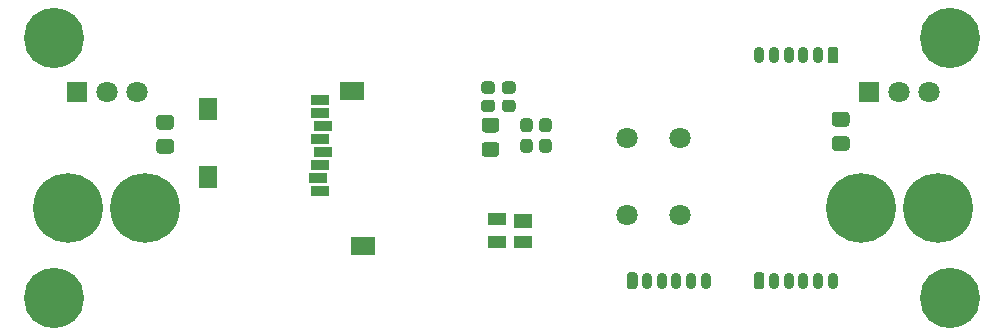
<source format=gbs>
G04 #@! TF.GenerationSoftware,KiCad,Pcbnew,5.99.0-unknown-c7daca1~86~ubuntu18.04.1*
G04 #@! TF.CreationDate,2020-03-26T17:53:50-03:00*
G04 #@! TF.ProjectId,FOD,464f442e-6b69-4636-9164-5f7063625858,rev?*
G04 #@! TF.SameCoordinates,Original*
G04 #@! TF.FileFunction,Soldermask,Bot*
G04 #@! TF.FilePolarity,Negative*
%FSLAX46Y46*%
G04 Gerber Fmt 4.6, Leading zero omitted, Abs format (unit mm)*
G04 Created by KiCad (PCBNEW 5.99.0-unknown-c7daca1~86~ubuntu18.04.1) date 2020-03-26 17:53:50*
%MOMM*%
%LPD*%
G01*
G04 APERTURE LIST*
%ADD10R,2.000000X1.500000*%
%ADD11R,1.500000X1.900000*%
%ADD12R,1.600000X0.900000*%
%ADD13C,5.900000*%
%ADD14C,5.100000*%
%ADD15C,1.800000*%
%ADD16R,1.800000X1.800000*%
%ADD17O,0.900000X1.400000*%
%ADD18R,1.500000X1.100000*%
%ADD19R,1.500000X1.300000*%
G04 APERTURE END LIST*
D10*
X128500000Y-87950000D03*
X129500000Y-101100000D03*
D11*
X116300000Y-95250000D03*
X116300000Y-89550000D03*
D12*
X125850000Y-88750000D03*
X125850000Y-89850000D03*
X126050000Y-90950000D03*
X125850000Y-92050000D03*
X126050000Y-93150000D03*
X125850000Y-94250000D03*
X125650000Y-95350000D03*
X125850000Y-96450000D03*
D13*
X171600000Y-97900000D03*
X178100000Y-97900000D03*
X111000000Y-97900000D03*
X104500000Y-97900000D03*
D14*
X179200000Y-83500000D03*
X179200000Y-105500000D03*
X103300000Y-105500000D03*
X103300000Y-83500000D03*
D15*
X110290000Y-88100000D03*
X107750000Y-88100000D03*
D16*
X105210000Y-88100000D03*
D15*
X177390000Y-88100000D03*
X174850000Y-88100000D03*
D16*
X172310000Y-88100000D03*
D15*
X151800000Y-92000000D03*
X151800000Y-98500000D03*
X156300000Y-92000000D03*
X156300000Y-98500000D03*
G36*
G01*
X139771738Y-92300000D02*
X140728262Y-92300000D01*
G75*
G02*
X141000000Y-92571738I0J-271738D01*
G01*
X141000000Y-93278262D01*
G75*
G02*
X140728262Y-93550000I-271738J0D01*
G01*
X139771738Y-93550000D01*
G75*
G02*
X139500000Y-93278262I0J271738D01*
G01*
X139500000Y-92571738D01*
G75*
G02*
X139771738Y-92300000I271738J0D01*
G01*
G37*
G36*
G01*
X139771738Y-90250000D02*
X140728262Y-90250000D01*
G75*
G02*
X141000000Y-90521738I0J-271738D01*
G01*
X141000000Y-91228262D01*
G75*
G02*
X140728262Y-91500000I-271738J0D01*
G01*
X139771738Y-91500000D01*
G75*
G02*
X139500000Y-91228262I0J271738D01*
G01*
X139500000Y-90521738D01*
G75*
G02*
X139771738Y-90250000I271738J0D01*
G01*
G37*
D17*
X158500000Y-104050000D03*
X157250000Y-104050000D03*
X156000000Y-104050000D03*
X154750000Y-104050000D03*
X153500000Y-104050000D03*
G36*
G01*
X151800000Y-104525000D02*
X151800000Y-103575000D01*
G75*
G02*
X152025000Y-103350000I225000J0D01*
G01*
X152475000Y-103350000D01*
G75*
G02*
X152700000Y-103575000I0J-225000D01*
G01*
X152700000Y-104525000D01*
G75*
G02*
X152475000Y-104750000I-225000J0D01*
G01*
X152025000Y-104750000D01*
G75*
G02*
X151800000Y-104525000I0J225000D01*
G01*
G37*
X163000000Y-84950000D03*
X164250000Y-84950000D03*
X165500000Y-84950000D03*
X166750000Y-84950000D03*
X168000000Y-84950000D03*
G36*
G01*
X169700000Y-84475000D02*
X169700000Y-85425000D01*
G75*
G02*
X169475000Y-85650000I-225000J0D01*
G01*
X169025000Y-85650000D01*
G75*
G02*
X168800000Y-85425000I0J225000D01*
G01*
X168800000Y-84475000D01*
G75*
G02*
X169025000Y-84250000I225000J0D01*
G01*
X169475000Y-84250000D01*
G75*
G02*
X169700000Y-84475000I0J-225000D01*
G01*
G37*
X169250000Y-104050000D03*
X168000000Y-104050000D03*
X166750000Y-104050000D03*
X165500000Y-104050000D03*
X164250000Y-104050000D03*
G36*
G01*
X162550000Y-104525000D02*
X162550000Y-103575000D01*
G75*
G02*
X162775000Y-103350000I225000J0D01*
G01*
X163225000Y-103350000D01*
G75*
G02*
X163450000Y-103575000I0J-225000D01*
G01*
X163450000Y-104525000D01*
G75*
G02*
X163225000Y-104750000I-225000J0D01*
G01*
X162775000Y-104750000D01*
G75*
G02*
X162550000Y-104525000I0J225000D01*
G01*
G37*
G36*
G01*
X113178262Y-91250000D02*
X112221738Y-91250000D01*
G75*
G02*
X111950000Y-90978262I0J271738D01*
G01*
X111950000Y-90271738D01*
G75*
G02*
X112221738Y-90000000I271738J0D01*
G01*
X113178262Y-90000000D01*
G75*
G02*
X113450000Y-90271738I0J-271738D01*
G01*
X113450000Y-90978262D01*
G75*
G02*
X113178262Y-91250000I-271738J0D01*
G01*
G37*
G36*
G01*
X113178262Y-93300000D02*
X112221738Y-93300000D01*
G75*
G02*
X111950000Y-93028262I0J271738D01*
G01*
X111950000Y-92321738D01*
G75*
G02*
X112221738Y-92050000I271738J0D01*
G01*
X113178262Y-92050000D01*
G75*
G02*
X113450000Y-92321738I0J-271738D01*
G01*
X113450000Y-93028262D01*
G75*
G02*
X113178262Y-93300000I-271738J0D01*
G01*
G37*
G36*
G01*
X170378262Y-91000000D02*
X169421738Y-91000000D01*
G75*
G02*
X169150000Y-90728262I0J271738D01*
G01*
X169150000Y-90021738D01*
G75*
G02*
X169421738Y-89750000I271738J0D01*
G01*
X170378262Y-89750000D01*
G75*
G02*
X170650000Y-90021738I0J-271738D01*
G01*
X170650000Y-90728262D01*
G75*
G02*
X170378262Y-91000000I-271738J0D01*
G01*
G37*
G36*
G01*
X170378262Y-93050000D02*
X169421738Y-93050000D01*
G75*
G02*
X169150000Y-92778262I0J271738D01*
G01*
X169150000Y-92071738D01*
G75*
G02*
X169421738Y-91800000I271738J0D01*
G01*
X170378262Y-91800000D01*
G75*
G02*
X170650000Y-92071738I0J-271738D01*
G01*
X170650000Y-92778262D01*
G75*
G02*
X170378262Y-93050000I-271738J0D01*
G01*
G37*
D18*
X140825000Y-98850000D03*
X140825000Y-100750000D03*
X143025000Y-100750000D03*
D19*
X143025000Y-99030000D03*
G36*
G01*
X144637500Y-92050000D02*
X145162500Y-92050000D01*
G75*
G02*
X145425000Y-92312500I0J-262500D01*
G01*
X145425000Y-92937500D01*
G75*
G02*
X145162500Y-93200000I-262500J0D01*
G01*
X144637500Y-93200000D01*
G75*
G02*
X144375000Y-92937500I0J262500D01*
G01*
X144375000Y-92312500D01*
G75*
G02*
X144637500Y-92050000I262500J0D01*
G01*
G37*
G36*
G01*
X144637500Y-90300000D02*
X145162500Y-90300000D01*
G75*
G02*
X145425000Y-90562500I0J-262500D01*
G01*
X145425000Y-91187500D01*
G75*
G02*
X145162500Y-91450000I-262500J0D01*
G01*
X144637500Y-91450000D01*
G75*
G02*
X144375000Y-91187500I0J262500D01*
G01*
X144375000Y-90562500D01*
G75*
G02*
X144637500Y-90300000I262500J0D01*
G01*
G37*
G36*
G01*
X143037500Y-92050000D02*
X143562500Y-92050000D01*
G75*
G02*
X143825000Y-92312500I0J-262500D01*
G01*
X143825000Y-92937500D01*
G75*
G02*
X143562500Y-93200000I-262500J0D01*
G01*
X143037500Y-93200000D01*
G75*
G02*
X142775000Y-92937500I0J262500D01*
G01*
X142775000Y-92312500D01*
G75*
G02*
X143037500Y-92050000I262500J0D01*
G01*
G37*
G36*
G01*
X143037500Y-90300000D02*
X143562500Y-90300000D01*
G75*
G02*
X143825000Y-90562500I0J-262500D01*
G01*
X143825000Y-91187500D01*
G75*
G02*
X143562500Y-91450000I-262500J0D01*
G01*
X143037500Y-91450000D01*
G75*
G02*
X142775000Y-91187500I0J262500D01*
G01*
X142775000Y-90562500D01*
G75*
G02*
X143037500Y-90300000I262500J0D01*
G01*
G37*
G36*
G01*
X141225000Y-87962500D02*
X141225000Y-87437500D01*
G75*
G02*
X141487500Y-87175000I262500J0D01*
G01*
X142112500Y-87175000D01*
G75*
G02*
X142375000Y-87437500I0J-262500D01*
G01*
X142375000Y-87962500D01*
G75*
G02*
X142112500Y-88225000I-262500J0D01*
G01*
X141487500Y-88225000D01*
G75*
G02*
X141225000Y-87962500I0J262500D01*
G01*
G37*
G36*
G01*
X139475000Y-87962500D02*
X139475000Y-87437500D01*
G75*
G02*
X139737500Y-87175000I262500J0D01*
G01*
X140362500Y-87175000D01*
G75*
G02*
X140625000Y-87437500I0J-262500D01*
G01*
X140625000Y-87962500D01*
G75*
G02*
X140362500Y-88225000I-262500J0D01*
G01*
X139737500Y-88225000D01*
G75*
G02*
X139475000Y-87962500I0J262500D01*
G01*
G37*
G36*
G01*
X141225000Y-89512500D02*
X141225000Y-88987500D01*
G75*
G02*
X141487500Y-88725000I262500J0D01*
G01*
X142112500Y-88725000D01*
G75*
G02*
X142375000Y-88987500I0J-262500D01*
G01*
X142375000Y-89512500D01*
G75*
G02*
X142112500Y-89775000I-262500J0D01*
G01*
X141487500Y-89775000D01*
G75*
G02*
X141225000Y-89512500I0J262500D01*
G01*
G37*
G36*
G01*
X139475000Y-89512500D02*
X139475000Y-88987500D01*
G75*
G02*
X139737500Y-88725000I262500J0D01*
G01*
X140362500Y-88725000D01*
G75*
G02*
X140625000Y-88987500I0J-262500D01*
G01*
X140625000Y-89512500D01*
G75*
G02*
X140362500Y-89775000I-262500J0D01*
G01*
X139737500Y-89775000D01*
G75*
G02*
X139475000Y-89512500I0J262500D01*
G01*
G37*
M02*

</source>
